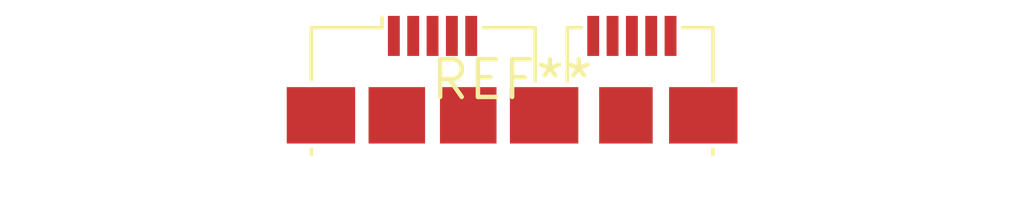
<source format=kicad_pcb>
(kicad_pcb (version 20240108) (generator pcbnew)
  (layers (0 "F.Cu" signal) (31 "B.Cu" signal) (34 "B.Paste" user) (35 "F.Paste" user) (36 "B.SilkS" user "B.Silkscreen") (37 "F.SilkS" user "F.Silkscreen") (38 "B.Mask" user) (39 "F.Mask" user) (44 "Edge.Cuts" user))
  (net 0 "")
  (footprint "USB3_Micro-B_Connfly_DS1104-01" (layer "F.Cu") (at 0 0)
    (property "Reference" "REF**")
    (property "Value" "USB3_Micro-B_Connfly_DS1104-01")
    (fp_line (start -6.75 -1.75) (end -6.75 0) (layer "F.SilkS") (stroke (width 0.12)))
    (fp_line (start -6.75 2.35) (end -6.75 2.525) (layer "F.SilkS") (stroke (width 0.12)))
    (fp_line (start -4.375 -2.1) (end -4.375 -1.75) (layer "F.SilkS") (stroke (width 0.12)))
    (fp_line (start -4.375 -1.75) (end -6.75 -1.75) (layer "F.SilkS") (stroke (width 0.12)))
    (fp_line (start 0.775 -1.75) (end -0.975 -1.75) (layer "F.SilkS") (stroke (width 0.12)))
    (fp_line (start 0.775 -1.75) (end 0.775 0.05) (layer "F.SilkS") (stroke (width 0.12)))
    (fp_line (start 1.855 -1.75) (end 1.855 0.05) (layer "F.SilkS") (stroke (width 0.12)))
    (fp_line (start 2.325 -1.75) (end 1.855 -1.75) (layer "F.SilkS") (stroke (width 0.12)))
    (fp_line (start 5.725 -1.75) (end 6.75 -1.75) (layer "F.SilkS") (stroke (width 0.12)))
    (fp_line (start 6.75 -1.75) (end 6.75 0.05) (layer "F.SilkS") (stroke (width 0.12)))
    (fp_line (start 6.75 2.35) (end 6.75 2.525) (layer "F.SilkS") (stroke (width 0.12)))
    (pad "1" smd rect (at -3.975 -1.475) (size 0.4 1.35) (layers "F.Cu" "F.Paste" "F.Mask"))
    (pad "2" smd rect (at -3.325 -1.475) (size 0.4 1.35) (layers "F.Cu" "F.Paste" "F.Mask"))
    (pad "3" smd rect (at -2.675 -1.475) (size 0.4 1.35) (layers "F.Cu" "F.Paste" "F.Mask"))
    (pad "4" smd rect (at -2.025 -1.475) (size 0.4 1.35) (layers "F.Cu" "F.Paste" "F.Mask"))
    (pad "5" smd rect (at -1.375 -1.475) (size 0.4 1.35) (layers "F.Cu" "F.Paste" "F.Mask"))
    (pad "6" smd rect (at 2.725 -1.475) (size 0.4 1.35) (layers "F.Cu" "F.Paste" "F.Mask"))
    (pad "7" smd rect (at 3.375 -1.475) (size 0.4 1.35) (layers "F.Cu" "F.Paste" "F.Mask"))
    (pad "8" smd rect (at 4.025 -1.475) (size 0.4 1.35) (layers "F.Cu" "F.Paste" "F.Mask"))
    (pad "9" smd rect (at 4.675 -1.475) (size 0.4 1.35) (layers "F.Cu" "F.Paste" "F.Mask"))
    (pad "10" smd rect (at 5.325 -1.475) (size 0.4 1.35) (layers "F.Cu" "F.Paste" "F.Mask"))
    (pad "11" smd rect (at -6.425 1.2) (size 2.3 1.9) (layers "F.Cu" "F.Paste" "F.Mask"))
    (pad "11" smd rect (at -3.875 1.2) (size 1.9 1.9) (layers "F.Cu" "F.Paste" "F.Mask"))
    (pad "11" smd rect (at -1.475 1.2) (size 1.9 1.9) (layers "F.Cu" "F.Paste" "F.Mask"))
    (pad "11" smd rect (at 1.075 1.2) (size 2.3 1.9) (layers "F.Cu" "F.Paste" "F.Mask"))
    (pad "11" smd rect (at 3.825 1.2) (size 1.8 1.9) (layers "F.Cu" "F.Paste" "F.Mask"))
    (pad "11" smd rect (at 6.425 1.2) (size 2.3 1.9) (layers "F.Cu" "F.Paste" "F.Mask"))
  )
)
</source>
